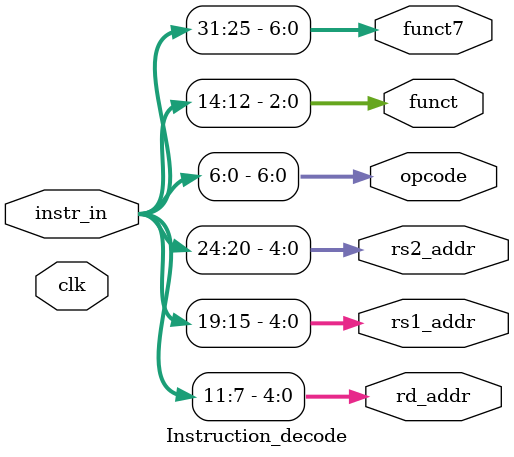
<source format=sv>
`timescale 1ns / 1ps

module Instruction_decode(
    input  logic clk, 
    input  logic [31:0] instr_in,
    output logic [4:0]  rd_addr,
    output logic [4:0]  rs1_addr,
    output logic [4:0]  rs2_addr,
    output logic [6:0]  opcode,
    output logic [2:0]  funct,
    output logic [6:0]  funct7
);

    assign opcode   = instr_in[6:0];
    assign funct    = instr_in[14:12];
    assign rd_addr  = instr_in[11:7];
    assign rs1_addr = instr_in[19:15];
    assign rs2_addr = instr_in[24:20];
    assign funct7   = instr_in[31:25];

endmodule

</source>
